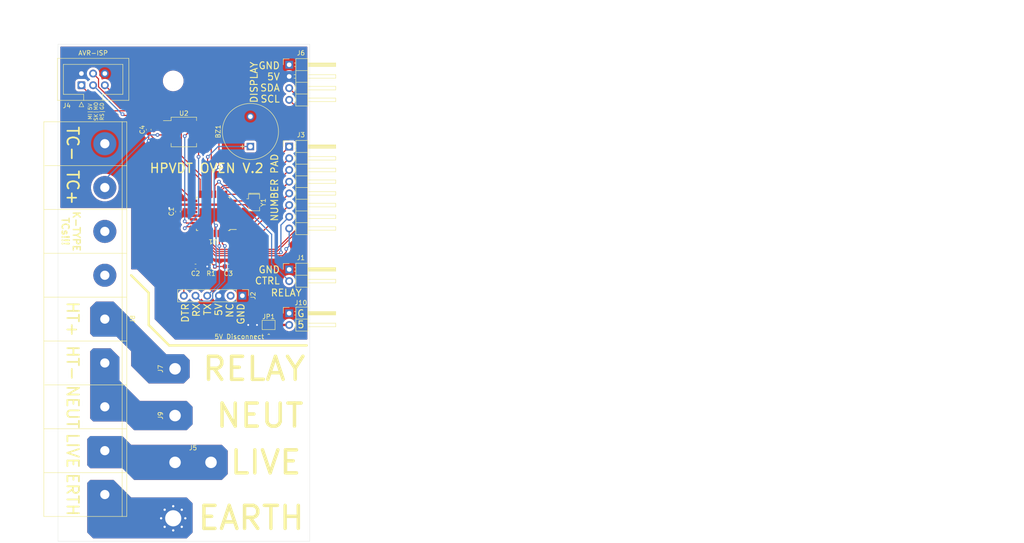
<source format=kicad_pcb>
(kicad_pcb (version 20211014) (generator pcbnew)
  (title_block (title "Oven") (date "2022-03-16") (rev "2") (company "HPVDT") (comment 1 "Based off an Arduino Nano, can be used as one.") (comment 2 "screen, 5V charger, solid state relay, and a keypad.") (comment 3 "Designed to fit in an old metal power supply case along side a ") (comment 4 "Oven control board"))
  (layers (0 "F.Cu" signal) (31 "B.Cu" signal) (34 "B.Paste" user) (35 "F.Paste" user) (36 "B.SilkS" user "B.Silkscreen") (37 "F.SilkS" user "F.Silkscreen") (38 "B.Mask" user) (39 "F.Mask" user) (44 "Edge.Cuts" user))
  (net 0 "")
  (net 1 "NEUT")
  (net 2 "LINE")
  (net 3 "GNDPWR")
  (net 4 "GND")
  (net 5 "+5V")
  (net 6 "/RST")
  (net 7 "/DTR")
  (net 8 "/BUZZ")
  (net 9 "/TC+")
  (net 10 "/RELAY")
  (net 11 "/SCL")
  (net 12 "/SDA")
  (net 15 "/ROW_{1}")
  (net 16 "/ROW_{2}")
  (net 17 "/ROW_{3}")
  (net 18 "/ROW_{4}")
  (net 19 "/COL_{1}")
  (net 20 "/COL_{2}")
  (net 21 "/MOSI")
  (net 22 "/SCK")
  (net 23 "/MISO")
  (net 24 "/TX")
  (net 25 "/RX")
  (net 26 "/MAX_{~{CS}}")
  (net 27 "/RELAY_RTN")
  (net 28 "/COL_{3")
  (net 29 "/COL_{4}")
  (net 31 "/MAX_{SCK}")
  (net 35 "/MAX_{SO}")
  (net 37 "Net-(U1-Pad7)")
  (net 38 "Net-(U1-Pad8)")
  (net 39 "Net-(J10-Pad2)")
  (footprint "oven:9POS-TERMBLOCK" (layer "F.Cu") (at 69.5325 114.3 -90)
    (fp_text reference "J8" (at 0 -1.27 90) (layer "F.SilkS"))
    (fp_text value "OUTPUT")
    (pad "1" thru_hole circle locked (at -38.1 4.7625 270) (size 5 5) (drill 2) (layers *.Cu *.Mask) (net 4 "GND"))
    (pad "2" thru_hole circle locked (at -28.575 4.7625 270) (size 5 5) (drill 2) (layers *.Cu *.Mask) (net 9 "/TC+"))
    (pad "3" thru_hole circle locked (at -19.05 4.7625 270) (size 5 5) (drill 2) (layers *.Cu *.Mask))
    (pad "4" thru_hole circle locked (at -9.525 4.7625 270) (size 5 5) (drill 2) (layers *.Cu *.Mask))
    (pad "5" thru_hole circle locked (at 0 4.7625 270) (size 5 5) (drill 2) (layers *.Cu *.Mask) (net 27 "/RELAY_RTN"))
    (pad "6" thru_hole circle locked (at 9.525 4.7625 270) (size 5 5) (drill 2) (layers *.Cu *.Mask) (net 1 "NEUT"))
    (pad "7" thru_hole circle locked (at 19.05 4.7625 270) (size 5 5) (drill 2) (layers *.Cu *.Mask) (net 1 "NEUT"))
    (pad "8" thru_hole circle locked (at 28.575 4.7625 270) (size 5 5) (drill 2) (layers *.Cu *.Mask) (net 2 "LINE"))
    (pad "9" thru_hole circle locked (at 38.1 4.7625 270) (size 5 5) (drill 2) (layers *.Cu *.Mask) (net 3 "GNDPWR"))
  )
  (footprint "Package_QFP:TQFP-32_7x7mm_P0.8mm" (layer "F.Cu") (at 88.265 91.44 180)
    (fp_text reference "U1" (at 0 -6.05 180 unlocked) (layer "F.SilkS"))
    (fp_text value "ATmega328-AU")
    (pad "1" smd rect locked (at -4.25 -2.8 180) (size 1.6 0.55) (layers "F.Cu" "F.Paste" "F.Mask") (net 15 "/ROW_{1}"))
    (pad "2" smd rect locked (at -4.25 -2 180) (size 1.6 0.55) (layers "F.Cu" "F.Paste" "F.Mask") (net 29 "/COL_{4}"))
    (pad "3" smd rect locked (at -4.25 -1.2 180) (size 1.6 0.55) (layers "F.Cu" "F.Paste" "F.Mask") (net 4 "GND"))
    (pad "4" smd rect locked (at -4.25 -0.4 180) (size 1.6 0.55) (layers "F.Cu" "F.Paste" "F.Mask") (net 5 "+5V"))
    (pad "5" smd rect locked (at -4.25 0.4 180) (size 1.6 0.55) (layers "F.Cu" "F.Paste" "F.Mask") (net 4 "GND"))
    (pad "6" smd rect locked (at -4.25 1.2 180) (size 1.6 0.55) (layers "F.Cu" "F.Paste" "F.Mask") (net 5 "+5V"))
    (pad "7" smd rect locked (at -4.25 2 180) (size 1.6 0.55) (layers "F.Cu" "F.Paste" "F.Mask") (net 37 "Net-(U1-Pad7)"))
    (pad "8" smd rect locked (at -4.25 2.8 180) (size 1.6 0.55) (layers "F.Cu" "F.Paste" "F.Mask") (net 38 "Net-(U1-Pad8)"))
    (pad "9" smd rect locked (at -2.8 4.25 270) (size 1.6 0.55) (layers "F.Cu" "F.Paste" "F.Mask") (net 28 "/COL_{3"))
    (pad "10" smd rect locked (at -2 4.25 270) (size 1.6 0.55) (layers "F.Cu" "F.Paste" "F.Mask") (net 20 "/COL_{2}"))
    (pad "11" smd rect locked (at -1.2 4.25 270) (size 1.6 0.55) (layers "F.Cu" "F.Paste" "F.Mask") (net 19 "/COL_{1}"))
    (pad "12" smd rect locked (at -0.4 4.25 270) (size 1.6 0.55) (layers "F.Cu" "F.Paste" "F.Mask") (net 10 "/RELAY"))
    (pad "13" smd rect locked (at 0.4 4.25 270) (size 1.6 0.55) (layers "F.Cu" "F.Paste" "F.Mask") (net 26 "/MAX_{~{CS}}"))
    (pad "14" smd rect locked (at 1.2 4.25 270) (size 1.6 0.55) (layers "F.Cu" "F.Paste" "F.Mask") (net 8 "/BUZZ"))
    (pad "15" smd rect locked (at 2 4.25 270) (size 1.6 0.55) (layers "F.Cu" "F.Paste" "F.Mask") (net 21 "/MOSI"))
    (pad "16" smd rect locked (at 2.8 4.25 270) (size 1.6 0.55) (layers "F.Cu" "F.Paste" "F.Mask") (net 23 "/MISO"))
    (pad "17" smd rect locked (at 4.25 2.8 180) (size 1.6 0.55) (layers "F.Cu" "F.Paste" "F.Mask") (net 22 "/SCK"))
    (pad "18" smd rect locked (at 4.25 2 180) (size 1.6 0.55) (layers "F.Cu" "F.Paste" "F.Mask") (net 5 "+5V"))
    (pad "19" smd rect locked (at 4.25 1.2 180) (size 1.6 0.55) (layers "F.Cu" "F.Paste" "F.Mask"))
    (pad "20" smd rect locked (at 4.25 0.4 180) (size 1.6 0.55) (layers "F.Cu" "F.Paste" "F.Mask"))
    (pad "21" smd rect locked (at 4.25 -0.4 180) (size 1.6 0.55) (layers "F.Cu" "F.Paste" "F.Mask") (net 4 "GND"))
    (pad "22" smd rect locked (at 4.25 -1.2 180) (size 1.6 0.55) (layers "F.Cu" "F.Paste" "F.Mask"))
    (pad "23" smd rect locked (at 4.25 -2 180) (size 1.6 0.55) (layers "F.Cu" "F.Paste" "F.Mask") (net 35 "/MAX_{SO}"))
    (pad "24" smd rect locked (at 4.25 -2.8 180) (size 1.6 0.55) (layers "F.Cu" "F.Paste" "F.Mask") (net 31 "/MAX_{SCK}"))
    (pad "25" smd rect locked (at 2.8 -4.25 270) (size 1.6 0.55) (layers "F.Cu" "F.Paste" "F.Mask") (net 18 "/ROW_{4}"))
    (pad "26" smd rect locked (at 2 -4.25 270) (size 1.6 0.55) (layers "F.Cu" "F.Paste" "F.Mask") (net 17 "/ROW_{3}"))
    (pad "27" smd rect locked (at 1.2 -4.25 270) (size 1.6 0.55) (layers "F.Cu" "F.Paste" "F.Mask") (net 12 "/SDA"))
    (pad "28" smd rect locked (at 0.4 -4.25 270) (size 1.6 0.55) (layers "F.Cu" "F.Paste" "F.Mask") (net 11 "/SCL"))
    (pad "29" smd rect locked (at -0.4 -4.25 270) (size 1.6 0.55) (layers "F.Cu" "F.Paste" "F.Mask") (net 6 "/RST"))
    (pad "30" smd rect locked (at -1.2 -4.25 270) (size 1.6 0.55) (layers "F.Cu" "F.Paste" "F.Mask") (net 25 "/RX"))
    (pad "31" smd rect locked (at -2 -4.25 270) (size 1.6 0.55) (layers "F.Cu" "F.Paste" "F.Mask") (net 24 "/TX"))
    (pad "32" smd rect locked (at -2.8 -4.25 270) (size 1.6 0.55) (layers "F.Cu" "F.Paste" "F.Mask") (net 16 "/ROW_{2}"))
  )
  (footprint "MountingHole:MountingHole_3.5mm_Pad_Via" (layer "F.Cu") (at 79.61 157.56)
    (fp_text reference "H1")
    (fp_text value "M3")
    (pad "1" thru_hole circle locked (at 2.625 0) (size 0.8 0.8) (drill 0.5) (layers *.Cu *.Mask) (net 3 "GNDPWR"))
    (pad "1" thru_hole circle locked (at -2.625 0) (size 0.8 0.8) (drill 0.5) (layers *.Cu *.Mask) (net 3 "GNDPWR"))
    (pad "1" thru_hole circle locked (at 0 2.625) (size 0.8 0.8) (drill 0.5) (layers *.Cu *.Mask) (net 3 "GNDPWR"))
    (pad "1" thru_hole circle locked (at 0 0) (size 7 7) (drill 3.5) (layers *.Cu *.Mask) (net 3 "GNDPWR"))
    (pad "1" thru_hole circle locked (at -1.856155 1.856155) (size 0.8 0.8) (drill 0.5) (layers *.Cu *.Mask) (net 3 "GNDPWR"))
    (pad "1" thru_hole circle locked (at 0 -2.625) (size 0.8 0.8) (drill 0.5) (layers *.Cu *.Mask) (net 3 "GNDPWR"))
    (pad "1" thru_hole circle locked (at -1.856155 -1.856155) (size 0.8 0.8) (drill 0.5) (layers *.Cu *.Mask) (net 3 "GNDPWR"))
    (pad "1" thru_hole circle locked (at 1.856155 -1.856155) (size 0.8 0.8) (drill 0.5) (layers *.Cu *.Mask) (net 3 "GNDPWR"))
    (pad "1" thru_hole circle locked (at 1.856155 1.856155) (size 0.8 0.8) (drill 0.5) (layers *.Cu *.Mask) (net 3 "GNDPWR"))
  )
  (footprint "MountingHole:MountingHole_3.5mm" (layer "F.Cu") (at 79.61 62.56)
    (fp_text reference "H2")
    (fp_text value "M3")
    (pad "" np_thru_hole circle locked (at 0 0) (size 3.5 3.5) (drill 3.5) (layers *.Cu *.Mask))
  )
  (footprint "Capacitor_SMD:C_0603_1608Metric" (layer "F.Cu") (at 74.295 73.165 -90)
    (fp_text reference "C4" (at -0.013 1.397 90) (layer "F.SilkS"))
    (fp_text value "100n")
    (pad "1" smd roundrect locked (at -0.775 0 270) (size 0.9 0.95) (layers "F.Cu" "F.Paste" "F.Mask") (net 4 "GND"))
    (pad "2" smd roundrect locked (at 0.775 0 270) (size 0.9 0.95) (layers "F.Cu" "F.Paste" "F.Mask") (net 5 "+5V"))
  )
  (footprint "Capacitor_SMD:C_0603_1608Metric" (layer "F.Cu") (at 91.58 102.87 180)
    (fp_text reference "C3" (at 0 -1.524) (layer "F.SilkS"))
    (fp_text value "4n7")
    (pad "1" smd roundrect locked (at -0.775 0 180) (size 0.9 0.95) (layers "F.Cu" "F.Paste" "F.Mask") (net 4 "GND"))
    (pad "2" smd roundrect locked (at 0.775 0 180) (size 0.9 0.95) (layers "F.Cu" "F.Paste" "F.Mask") (net 6 "/RST"))
  )
  (footprint "Capacitor_SMD:C_0603_1608Metric" (layer "F.Cu") (at 84.455 102.87)
    (fp_text reference "C2" (at 0 1.524) (layer "F.SilkS"))
    (fp_text value "100n")
    (pad "1" smd roundrect locked (at -0.775 0) (size 0.9 0.95) (layers "F.Cu" "F.Paste" "F.Mask") (net 7 "/DTR"))
    (pad "2" smd roundrect locked (at 0.775 0) (size 0.9 0.95) (layers "F.Cu" "F.Paste" "F.Mask") (net 6 "/RST"))
  )
  (footprint "Capacitor_SMD:C_0603_1608Metric" (layer "F.Cu") (at 80.645 90.945 90)
    (fp_text reference "C1" (at 0 -1.43 90) (layer "F.SilkS"))
    (fp_text value "100n")
    (pad "1" smd roundrect locked (at -0.775 0 90) (size 0.9 0.95) (layers "F.Cu" "F.Paste" "F.Mask") (net 4 "GND"))
    (pad "2" smd roundrect locked (at 0.775 0 90) (size 0.9 0.95) (layers "F.Cu" "F.Paste" "F.Mask") (net 5 "+5V"))
  )
  (footprint "Connector_PinHeader_2.54mm:PinHeader_1x02_P2.54mm_Horizontal" (layer "F.Cu") (at 104.775 113.03)
    (fp_text reference "J10" (at 2.54 -2.27) (layer "F.SilkS"))
    (fp_text value "5V_IN")
    (pad "1" thru_hole rect locked (at 0 0) (size 1.7 1.7) (drill 1) (layers *.Cu *.Mask) (net 4 "GND"))
    (pad "2" thru_hole oval locked (at 0 2.54) (size 1.7 1.7) (drill 1) (layers *.Cu *.Mask) (net 39 "Net-(J10-Pad2)"))
  )
  (footprint "Connector_Wire:SolderWire-2sqmm_1x01_D2mm_OD3.9mm" (layer "F.Cu") (at 80.01 125.095 90)
    (fp_text reference "J7" (at 0 -3.15 90) (layer "F.SilkS"))
    (fp_text value "RELAY_PWR")
    (pad "1" thru_hole roundrect locked (at 0 0 90) (size 3.9 3.9) (drill 2.5) (layers *.Cu *.Mask) (roundrect_rratio 0.06410307692) (net 27 "/RELAY_RTN"))
  )
  (footprint "Connector_Wire:SolderWire-2sqmm_1x02_P7.8mm_D2mm_OD3.9mm" (layer "F.Cu") (at 80.01 145.415)
    (fp_text reference "J5" (at 3.9 -3.15) (layer "F.SilkS"))
    (fp_text value "LIVE")
    (pad "1" thru_hole roundrect locked (at 0 0) (size 3.9 3.9) (drill 2.5) (layers *.Cu *.Mask) (roundrect_rratio 0.06410307692) (net 2 "LINE"))
    (pad "2" thru_hole circle locked (at 7.8 0) (size 3.9 3.9) (drill 2.5) (layers *.Cu *.Mask) (net 2 "LINE"))
  )
  (footprint "Connector_PinHeader_2.54mm:PinHeader_1x02_P2.54mm_Horizontal" (layer "F.Cu") (at 104.775 103.505)
    (fp_text reference "J1" (at 2.54 -2.54) (layer "F.SilkS"))
    (fp_text value "RELAY_CTRL")
    (pad "1" thru_hole rect locked (at 0 0) (size 1.7 1.7) (drill 1) (layers *.Cu *.Mask) (net 4 "GND"))
    (pad "2" thru_hole oval locked (at 0 2.54) (size 1.7 1.7) (drill 1) (layers *.Cu *.Mask) (net 10 "/RELAY"))
  )
  (footprint "Connector_PinHeader_2.54mm:PinHeader_1x04_P2.54mm_Horizontal" (layer "F.Cu") (at 104.775 59.055)
    (fp_text reference "J6" (at 2.54 -2.54) (layer "F.SilkS"))
    (fp_text value "DISPLAY")
    (pad "1" thru_hole rect locked (at 0 0) (size 1.7 1.7) (drill 1) (layers *.Cu *.Mask) (net 4 "GND"))
    (pad "2" thru_hole oval locked (at 0 2.54) (size 1.7 1.7) (drill 1) (layers *.Cu *.Mask) (net 5 "+5V"))
    (pad "3" thru_hole oval locked (at 0 5.08) (size 1.7 1.7) (drill 1) (layers *.Cu *.Mask) (net 12 "/SDA"))
    (pad "4" thru_hole oval locked (at 0 7.62) (size 1.7 1.7) (drill 1) (layers *.Cu *.Mask) (net 11 "/SCL"))
  )
  (footprint "Connector_PinHeader_2.54mm:PinHeader_1x08_P2.54mm_Horizontal" (layer "F.Cu") (at 104.775 76.835)
    (fp_text reference "J3" (at 2.54 -2.54) (layer "F.SilkS"))
    (fp_text value "NUMPAD")
    (pad "1" thru_hole rect locked (at 0 0) (size 1.7 1.7) (drill 1) (layers *.Cu *.Mask) (net 19 "/COL_{1}"))
    (pad "2" thru_hole oval locked (at 0 2.54) (size 1.7 1.7) (drill 1) (layers *.Cu *.Mask) (net 20 "/COL_{2}"))
    (pad "3" thru_hole oval locked (at 0 5.08) (size 1.7 1.7) (drill 1) (layers *.Cu *.Mask) (net 28 "/COL_{3"))
    (pad "4" thru_hole oval locked (at 0 7.62) (size 1.7 1.7) (drill 1) (layers *.Cu *.Mask) (net 29 "/COL_{4}"))
    (pad "5" thru_hole oval locked (at 0 10.16) (size 1.7 1.7) (drill 1) (layers *.Cu *.Mask) (net 15 "/ROW_{1}"))
    (pad "6" thru_hole oval locked (at 0 12.7) (size 1.7 1.7) (drill 1) (layers *.Cu *.Mask) (net 16 "/ROW_{2}"))
    (pad "7" thru_hole oval locked (at 0 15.24) (size 1.7 1.7) (drill 1) (layers *.Cu *.Mask) (net 17 "/ROW_{3}"))
    (pad "8" thru_hole oval locked (at 0 17.78) (size 1.7 1.7) (drill 1) (layers *.Cu *.Mask) (net 18 "/ROW_{4}"))
  )
  (footprint "Connector_PinHeader_2.54mm:PinHeader_1x06_P2.54mm_Vertical" (layer "F.Cu") (at 94.615 109.22 -90)
    (fp_text reference "J2" (at 0 -2.33 90) (layer "F.SilkS"))
    (fp_text value "SERIAL")
    (pad "1" thru_hole rect locked (at 0 0 270) (size 1.7 1.7) (drill 1) (layers *.Cu *.Mask) (net 4 "GND"))
    (pad "2" thru_hole oval locked (at 0 2.54 270) (size 1.7 1.7) (drill 1) (layers *.Cu *.Mask))
    (pad "3" thru_hole oval locked (at 0 5.08 270) (size 1.7 1.7) (drill 1) (layers *.Cu *.Mask) (net 5 "+5V"))
    (pad "4" thru_hole oval locked (at 0 7.62 270) (size 1.7 1.7) (drill 1) (layers *.Cu *.Mask) (net 25 "/RX"))
    (pad "5" thru_hole oval locked (at 0 10.16 270) (size 1.7 1.7) (drill 1) (layers *.Cu *.Mask) (net 24 "/TX"))
    (pad "6" thru_hole oval locked (at 0 12.7 270) (size 1.7 1.7) (drill 1) (layers *.Cu *.Mask) (net 7 "/DTR"))
  )
  (footprint "Jumper:SolderJumper-2_P1.3mm_Bridged_Pad1.0x1.5mm" (layer "F.Cu") (at 100.315 115.57)
    (fp_text reference "JP1" (at 0 -1.8) (layer "F.SilkS"))
    (fp_text value "5V_{SUP}")
    (fp_poly (pts (xy -0.25 -0.3) (xy 0.25 -0.3) (xy 0.25 0.3) (xy -0.25 0.3)) (layer "F.Cu") (width 0) (fill solid))
    (pad "1" smd rect locked (at -0.65 0) (size 1 1.5) (layers "F.Cu" "F.Mask") (net 5 "+5V"))
    (pad "2" smd rect locked (at 0.65 0) (size 1 1.5) (layers "F.Cu" "F.Mask") (net 39 "Net-(J10-Pad2)"))
  )
  (footprint "Resistor_SMD:R_0603_1608Metric" (layer "F.Cu") (at 87.82 102.87)
    (fp_text reference "R1" (at 0 1.524) (layer "F.SilkS"))
    (fp_text value "10K")
    (pad "1" smd roundrect locked (at -0.825 0) (size 0.8 0.95) (layers "F.Cu" "F.Paste" "F.Mask") (net 5 "+5V"))
    (pad "2" smd roundrect locked (at 0.825 0) (size 0.8 0.95) (layers "F.Cu" "F.Paste" "F.Mask") (net 6 "/RST"))
  )
  (footprint "Package_SO:SO-8_5.3x6.2mm_P1.27mm" (layer "F.Cu") (at 81.915 73.66)
    (fp_text reference "U2" (at 0 -4.05) (layer "F.SilkS"))
    (fp_text value "MAX6675")
    (pad "1" smd roundrect locked (at -3.5 -1.905) (size 1.9 0.6) (layers "F.Cu" "F.Paste" "F.Mask") (net 4 "GND"))
    (pad "2" smd roundrect locked (at -3.5 -0.635) (size 1.9 0.6) (layers "F.Cu" "F.Paste" "F.Mask") (net 4 "GND"))
    (pad "3" smd roundrect locked (at -3.5 0.635) (size 1.9 0.6) (layers "F.Cu" "F.Paste" "F.Mask") (net 9 "/TC+"))
    (pad "4" smd roundrect locked (at -3.5 1.905) (size 1.9 0.6) (layers "F.Cu" "F.Paste" "F.Mask") (net 5 "+5V"))
    (pad "5" smd roundrect locked (at 3.5 1.905) (size 1.9 0.6) (layers "F.Cu" "F.Paste" "F.Mask") (net 31 "/MAX_{SCK}"))
    (pad "6" smd roundrect locked (at 3.5 0.635) (size 1.9 0.6) (layers "F.Cu" "F.Paste" "F.Mask") (net 26 "/MAX_{~{CS}}"))
    (pad "7" smd roundrect locked (at 3.5 -0.635) (size 1.9 0.6) (layers "F.Cu" "F.Paste" "F.Mask") (net 35 "/MAX_{SO}"))
    (pad "8" smd roundrect locked (at 3.5 -1.905) (size 1.9 0.6) (layers "F.Cu" "F.Paste" "F.Mask"))
  )
  (footprint "Crystal:Resonator_SMD_muRata_CSTxExxV-3Pin_3.0x1.1mm" (layer "F.Cu") (at 97.155 88.97 -90)
    (fp_text reference "Y1" (at 0 -2 90) (layer "F.SilkS"))
    (fp_text value "16M")
    (pad "1" smd rect locked (at -1.2 0 270) (size 0.4 1.9) (layers "F.Cu" "F.Paste" "F.Mask") (net 38 "Net-(U1-Pad8)"))
    (pad "2" smd rect locked (at 0 0 270) (size 0.4 1.9) (layers "F.Cu" "F.Paste" "F.Mask") (net 4 "GND"))
    (pad "3" smd rect locked (at 1.2 0 270) (size 0.4 1.9) (layers "F.Cu" "F.Paste" "F.Mask") (net 37 "Net-(U1-Pad7)"))
  )
  (footprint "Connector_Wire:SolderWire-2sqmm_1x01_D2mm_OD3.9mm" (layer "F.Cu") (at 80.01 135.255 90)
    (fp_text reference "J9" (at 0 -3.15 90) (layer "F.SilkS"))
    (fp_text value "NEUTRAL")
    (pad "1" thru_hole roundrect locked (at 0 0 90) (size 3.9 3.9) (drill 2.5) (layers *.Cu *.Mask) (roundrect_rratio 0.06410307692) (net 1 "NEUT"))
  )
  (footprint "Connector_IDC:IDC-Header_2x03_P2.54mm_Vertical" (layer "F.Cu") (at 59.69 63.5 90)
    (fp_text reference "J4" (at -4.445 -3.175 180) (layer "F.SilkS"))
    (fp_text value "AVR-ISP-6")
    (pad "1" thru_hole roundrect locked (at 0 0 90) (size 1.7 1.7) (drill 1) (layers *.Cu *.Mask) (roundrect_rratio 0.1470588235) (net 23 "/MISO"))
    (pad "2" thru_hole circle locked (at 2.54 0 90) (size 1.7 1.7) (drill 1) (layers *.Cu *.Mask) (net 5 "+5V"))
    (pad "3" thru_hole circle locked (at 0 2.54 90) (size 1.7 1.7) (drill 1) (layers *.Cu *.Mask) (net 22 "/SCK"))
    (pad "4" thru_hole circle locked (at 2.54 2.54 90) (size 1.7 1.7) (drill 1) (layers *.Cu *.Mask) (net 21 "/MOSI"))
    (pad "5" thru_hole circle locked (at 0 5.08 90) (size 1.7 1.7) (drill 1) (layers *.Cu *.Mask) (net 6 "/RST"))
    (pad "6" thru_hole circle locked (at 2.54 5.08 90) (size 1.7 1.7) (drill 1) (layers *.Cu *.Mask) (net 4 "GND"))
  )
  (footprint "Buzzer_Beeper:MagneticBuzzer_ProSignal_ABT-410-RC" (layer "F.Cu") (at 96.36 76.81 90)
    (fp_text reference "BZ1" (at 3.25 -7 90) (layer "F.SilkS"))
    (fp_text value "AT1224TWT")
    (fp_text user "+" (at 0 -1.8 90) (layer "F.SilkS"))
    (pad "1" thru_hole rect (at 0 0 90) (size 1.6 1.6) (drill 1) (layers *.Cu *.Mask) (net 8 "/BUZZ"))
    (pad "2" thru_hole circle (at 6.5 0 90) (size 1.6 1.6) (drill 1) (layers *.Cu *.Mask) (net 4 "GND"))
  )
  (gr_line (start 70.485 104.775) (end 74.295 108.585) (layer "F.SilkS") (width 0.5))
  (gr_line (start 74.295 115.57) (end 78.74 120.015) (layer "F.SilkS") (width 0.5))
  (gr_line (start 74.295 108.585) (end 74.295 115.57) (layer "F.SilkS") (width 0.5))
  (gr_line (start 78.74 120.015) (end 108.585 120.015) (layer "F.SilkS") (width 0.5))
  (gr_line (start 109.22 162.56) (end 54.61 162.56) (layer "Edge.Cuts") (width 0.05))
  (gr_line (start 54.61 162.56) (end 54.61 54.61) (layer "Edge.Cuts") (width 0.05))
  (gr_line (start 109.22 125.73) (end 109.22 162.56) (layer "Edge.Cuts") (width 0.05))
  (gr_line (start 54.61 54.61) (end 109.22 54.61) (layer "Edge.Cuts") (width 0.05))
  (gr_line (start 109.22 54.61) (end 109.22 110.49) (layer "Edge.Cuts") (width 0.05))
  (gr_line (start 109.22 110.49) (end 109.22 125.73) (layer "Edge.Cuts") (width 0.05))
  (gr_text "TC+" (at 57.785 85.725 -90) (layer "F.SilkS") (effects (font (size 2.5 2.5) (thickness 0.375))))
  (gr_text "5V Disconnect ^" (at 94.615 118.11) (layer "F.SilkS") (effects (font (size 1 1))))
  (gr_text "LIVE" (at 57.785 142.875 -90) (layer "F.SilkS") (effects (font (size 2.5 2.5) (thickness 0.375))))
  (gr_text "NEUT" (at 57.785 133.35 -90) (layer "F.SilkS") (effects (font (size 2.5 2.5) (thickness 0.375))))
  (gr_text "HT-" (at 57.785 123.825 -90) (layer "F.SilkS") (effects (font (size 2.5 2.5) (thickness 0.375))))
  (gr_text "K-TYPE\nTCs!!!" (at 57.404 95.25 -90) (layer "F.SilkS") (effects (font (size 1.5 1.5) (thickness 0.3))))
  (gr_text "DISPLAY" (at 97.155 62.865 90) (layer "F.SilkS") (effects (font (size 1.5 1.5) (thickness 0.225))))
  (gr_text "NEUT" (at 98.425 135.255) (layer "F.SilkS") (effects (font (size 5 5) (thickness 0.75))))
  (gr_text "EARTH" (at 96.52 157.48) (layer "F.SilkS") (effects (font (size 5 5) (thickness 0.75))))
  (gr_text "DTR\nRX\nTX\n5V\nNC\nGND" (at 88.265 110.744 90) (layer "F.SilkS") (effects (font (size 1.5 1.5) (thickness 0.225)) (justify right)))
  (gr_text "GND\nCTRL" (at 102.87 104.775) (layer "F.SilkS") (effects (font (size 1.5 1.5) (thickness 0.225)) (justify right)))
  (gr_text "TC-" (at 57.785 76.2 -90) (layer "F.SilkS") (effects (font (size 2.5 2.5) (thickness 0.375))))
  (gr_text "RELAY" (at 104.14 108.585) (layer "F.SilkS") (effects (font (size 1.5 1.5) (thickness 0.225))))
  (gr_text "HT+" (at 57.785 114.3 -90) (layer "F.SilkS") (effects (font (size 2.5 2.5) (thickness 0.375))))
  (gr_text "ERTH" (at 57.785 152.4 -90) (layer "F.SilkS") (effects (font (size 2.5 2.5) (thickness 0.375))))
  (gr_text "G\n5" (at 107.315 114.3) (layer "F.SilkS") (effects (font (size 1.5 1.5) (thickness 0.225))))
  (gr_text "RELAY" (at 97.155 125.095) (layer "F.SilkS") (effects (font (size 5 5) (thickness 0.75))))
  (gr_text "MI|5V\nSK|MO\nRS|GD" (at 62.865 69.215 90) (layer "F.SilkS") (effects (font (size 0.8 0.8) (thickness 0.12))))
  (gr_text "AVR-ISP" (at 62.23 56.515) (layer "F.SilkS") (effects (font (size 1 1))))
  (gr_text "GND\n5V\nSDA\nSCL" (at 102.87 62.865) (layer "F.SilkS") (effects (font (size 1.5 1.5) (thickness 0.225)) (justify right)))
  (gr_text "HPVDT OVEN V.${REVISION}" (at 86.868 81.534) (layer "F.SilkS") (effects (font (size 2 2) (thickness 0.3))))
  (gr_text "LIVE" (at 99.695 145.415) (layer "F.SilkS") (effects (font (size 5 5) (thickness 0.75))))
  (gr_text "NUMBER PAD" (at 101.6 85.725 90) (layer "F.SilkS") (effects (font (size 1.5 1.5) (thickness 0.225))))
  (segment (start 91.654998 92.64) (end 92.515 92.64) (width 0.25) (layer "F.Cu") (net 4))
  (segment (start 91.429998 92.64) (end 90.629998 91.84) (width 0.5) (layer "F.Cu") (net 4))
  (segment (start 92.515 92.64) (end 91.429998 92.64) (width 0.5) (layer "F.Cu") (net 4))
  (segment (start 91.264999 91.204999) (end 91.264999 92.475001) (width 0.5) (layer "F.Cu") (net 4))
  (segment (start 90.854998 91.84) (end 91.654998 92.64) (width 0.25) (layer "F.Cu") (net 4))
  (segment (start 99.695 89.535) (end 96.59 92.64) (width 0.25) (layer "F.Cu") (net 4))
  (segment (start 92.515 91.04) (end 91.429998 91.04) (width 0.5) (layer "F.Cu") (net 4))
  (segment (start 84.015 91.84) (end 90.854998 91.84) (width 0.25) (layer "F.Cu") (net 4))
  (segment (start 99.13 88.97) (end 99.695 89.535) (width 0.25) (layer "F.Cu") (net 4))
  (segment (start 90.629998 91.84) (end 84.015 91.84) (width 0.5) (layer "F.Cu") (net 4))
  (segment (start 80.765 91.84) (end 80.645 91.72) (width 0.5) (layer "F.Cu") (net 4))
  (segment (start 91.429998 91.04) (end 91.264999 91.204999) (width 0.5) (layer "F.Cu") (net 4))
  (segment (start 96.59 92.64) (end 92.515 92.64) (width 0.25) (layer "F.Cu") (net 4))
  (segment (start 84.015 91.84) (end 80.765 91.84) (width 0.5) (layer "F.Cu") (net 4))
  (segment (start 97.155 88.97) (end 99.13 88.97) (width 0.25) (layer "F.Cu") (net 4))
  (segment (start 91.264999 92.475001) (end 91.429998 92.64) (width 0.5) (layer "F.Cu") (net 4))
  (segment (start 93.600002 91.84) (end 92.515 91.84) (width 0.5) (layer "F.Cu") (net 5))
  (segment (start 92.515 90.24) (end 93.600002 90.24) (width 0.5) (layer "F.Cu") (net 5))
  (segment (start 81.375 89.44) (end 84.015 89.44) (width 0.5) (layer "F.Cu") (net 5))
  (segment (start 91.429998 90.24) (end 92.515 90.24) (width 0.5) (layer "F.Cu") (net 5))
  (segment (start 93.765001 90.404999) (end 93.765001 91.675001) (width 0.5) (layer "F.Cu") (net 5))
  (segment (start 99.665 115.57) (end 97.79 115.57) (width 0.5) (layer "F.Cu") (net 5))
  (segment (start 74.295 73.94) (end 74.295 75.565) (width 0.25) (layer "F.Cu") (net 5))
  (segment (start 95.885 115.57) (end 97.79 115.57) (width 0.5) (layer "F.Cu") (net 5))
  (segment (start 93.765001 91.675001) (end 93.600002 91.84) (width 0.5) (layer "F.Cu") (net 5))
  (segment (start 93.600002 90.24) (end 93.765001 90.404999) (width 0.5) (layer "F.Cu") (net 5))
  (segment (start 78.74 90.17) (end 80.645 90.17) (width 0.5) (layer "F.Cu") (net 5))
  (segment (start 90.629998 89.44) (end 91.429998 90.24) (width 0.5) (layer "F.Cu") (net 5))
  (segment (start 84.015 89.44) (end 90.629998 89.44) (width 0.5) (layer "F.Cu") (net 5))
  (segment (start 80.645 90.17) (end 81.375 89.44) (width 0.5) (layer "F.Cu") (net 5))
  (segment (start 74.295 73.94) (end 75.92 75.565) (width 0.25) (layer "F.Cu") (net 5))
  (segment (start 75.92 75.565) (end 78.415 75.565) (width 0.25) (layer "F.Cu") (net 5))
  (via (at 95.885 115.57) (size 0.8) (drill 0.4) (layers "F.Cu" "B.Cu") (net 5))
  (via (at 74.295 75.565) (size 0.8) (drill 0.4) (layers "F.Cu" "B.Cu") (net 5))
  (via (at 86.995 102.87) (size 0.8) (drill 0.4) (layers "F.Cu" "B.Cu") (net 5))
  (via (at 97.79 115.57) (size 0.8) (drill 0.4) (layers "F.Cu" "B.Cu") (net 5))
  (via (at 78.74 90.17) (size 0.8) (drill 0.4) (layers "F.Cu" "B.Cu") (net 5))
  (segment (start 74.295 75.565) (end 74.295 90.17) (width 0.25) (layer "B.Cu") (net 5))
  (segment (start 78.74 90.17) (end 74.295 90.17) (width 0.25) (layer "B.Cu") (net 5))
  (segment (start 95.885 115.57) (end 89.535 109.22) (width 0.5) (layer "B.Cu") (net 5))
  (segment (start 74.295 90.17) (end 86.995 102.87) (width 0.25) (layer "B.Cu") (net 5))
  (segment (start 67.945 66.675) (end 85.72782 66.675) (width 0.25) (layer "F.Cu") (net 6))
  (segment (start 64.77 63.5) (end 67.945 66.675) (width 0.25) (layer "F.Cu") (net 6))
  (segment (start 88.645 102.87) (end 90.805 102.87) (width 0.25) (layer "F.Cu") (net 6))
  (segment (start 88.665 94.215) (end 88.9 93.98) (width 0.25) (layer "F.Cu") (net 6))
  (segment (start 85.72782 66.675) (end 89.535 70.48218) (width 0.25) (layer "F.Cu") (net 6))
  (segment (start 88.665 95.69) (end 88.665 94.215) (width 0.25) (layer "F.Cu") (net 6))
  (segment (start 89.535 70.48218) (end 89.535 81.28) (width 0.25) (layer "F.Cu") (net 6))
  (segment (start 85.23 102.87) (end 86.03001 102.06999) (width 0.25) (layer "F.Cu") (net 6))
  (segment (start 86.03001 102.06999) (end 87.84499 102.06999) (width 0.25) (layer "F.Cu") (net 6))
  (segment (start 87.84499 102.06999) (end 88.645 102.87) (width 0.25) (layer "F.Cu") (net 6))
  (via (at 88.645 102.87) (size 0.8) (drill 0.4) (layers "F.Cu" "B.Cu") (net 6))
  (via (at 89.535 81.28) (size 0.8) (drill 0.4) (layers "F.Cu" "B.Cu") (net 6))
  (via (at 88.9 93.98) (size 0.8) (drill 0.4) (layers "F.Cu" "B.Cu") (net 6))
  (segment (start 88.500001 82.314999) (end 89.535 81.28) (width 0.25) (layer "B.Cu") (net 6))
  (segment (start 88.500001 93.580001) (end 88.500001 82.314999) (width 0.25) (layer "B.Cu") (net 6))
  (segment (start 88.9 102.615) (end 88.645 102.87) (width 0.25) (layer "B.Cu") (net 6))
  (segment (start 88.9 93.98) (end 88.9 102.615) (width 0.25) (layer "B.Cu") (net 6))
  (segment (start 88.9 93.98) (end 88.500001 93.580001) (width 0.25) (layer "B.Cu") (net 6))
  (segment (start 81.915 104.635) (end 83.68 102.87) (width 0.25) (layer "F.Cu") (net 7))
  (segment (start 81.915 109.22) (end 81.915 104.635) (width 0.25) (layer "F.Cu") (net 7))
  (segment (start 87.065 79.105) (end 87.11 79.06) (width 0.25) (layer "F.Cu") (net 8))
  (segment (start 87.065 87.19) (end 87.065 79.105) (width 0.25) (layer "F.Cu") (net 8))
  (via (at 87.11 79.06) (size 0.8) (drill 0.4) (layers "F.Cu" "B.Cu") (net 8))
  (segment (start 87.11 79.06) (end 89.36 76.81) (width 0.25) (layer "B.Cu") (net 8))
  (segment (start 89.36 76.81) (end 96.36 76.81) (width 0.25) (layer "B.Cu") (net 8))
  (segment (start 78.415 74.295) (end 76.2 74.295) (width 0.25) (layer "F.Cu") (net 9))
  (via (at 76.2 74.295) (size 0.8) (drill 0.4) (layers "F.Cu" "B.Cu") (net 9))
  (segment (start 76.2 74.295) (end 74.491998 74.295) (width 0.25) (layer "B.Cu") (net 9))
  (segment (start 64.77 84.016998) (end 64.77 85.725) (width 0.25) (layer "B.Cu") (net 9))
  (segment (start 74.491998 74.295) (end 64.77 84.016998) (width 0.25) (layer "B.Cu") (net 9))
  (segment (start 88.665 87.19) (end 88.665 85.325) (width 0.25) (layer "F.Cu") (net 10))
  (segment (start 88.665 85.325) (end 89.535 84.455) (width 0.25) (layer "F.Cu") (net 10))
  (via (at 89.535 84.455) (size 0.8) (drill 0.4) (layers "F.Cu" "B.Cu") (net 10))
  (segment (start 89.535 84.455) (end 100.965 95.885) (width 0.25) (layer "B.Cu") (net 10))
  (segment (start 104.775 106.045) (end 100.965 102.235) (width 0.25) (layer "B.Cu") (net 10))
  (segment (start 100.965 95.885) (end 100.965 102.235) (width 0.25) (layer "B.Cu") (net 10))
  (segment (start 106.68 68.58) (end 106.68 94.449002) (width 0.25) (layer "F.Cu") (net 11))
  (segment (start 89.276999 99.150001) (end 87.865 97.738002) (width 0.25) (layer "F.Cu") (net 11))
  (segment (start 101.979001 99.150001) (end 89.276999 99.150001) (width 0.25) (layer "F.Cu") (net 11))
  (segment (start 104.775 66.675) (end 106.68 68.58) (width 0.25) (layer "F.Cu") (net 11))
  (segment (start 87.865 97.738002) (end 87.865 95.69) (width 0.25) (layer "F.Cu") (net 11))
  (segment (start 106.68 94.449002) (end 101.979001 99.150001) (width 0.25) (layer "F.Cu") (net 11))
  (segment (start 87.065 97.574412) (end 89.090599 99.600011) (width 0.25) (layer "F.Cu") (net 12))
  (segment (start 102.165402 99.60001) (end 107.13001 94.635402) (width 0.25) (layer "F.Cu") (net 12))
  (segment (start 107.13001 94.635402) (end 107.13001 66.49001) (width 0.25) (layer "F.Cu") (net 12))
  (segment (start 107.13001 66.49001) (end 104.775 64.135) (width 0.25) (layer "F.Cu") (net 12))
  (segment (start 89.090599 99.600011) (end 102.165402 99.60001) (width 0.25) (layer "F.Cu") (net 12))
  (segment (start 87.065 95.69) (end 87.065 97.574412) (width 0.25) (layer "F.Cu") (net 12))
  (segment (start 97.53 94.24) (end 104.775 86.995) (width 0.25) (layer "F.Cu") (net 15))
  (segment (start 92.515 94.24) (end 97.53 94.24) (width 0.25) (layer "F.Cu") (net 15))
  (segment (start 91.065 95.69) (end 98.62 95.69) (width 0.25) (layer "F.Cu") (net 16))
  (segment (start 98.62 95.69) (end 104.775 89.535) (width 0.25) (layer "F.Cu") (net 16))
  (segment (start 86.265 97.41082) (end 88.9042 100.05002) (width 0.25) (layer "F.Cu") (net 17))
  (segment (start 102.740698 100.05002) (end 102.982859 99.807859) (width 0.25) (layer "F.Cu") (net 17))
  (segment (start 86.265 95.69) (end 86.265 97.41082) (width 0.25) (layer "F.Cu") (net 17))
  (segment (start 88.9042 100.05002) (end 102.740698 100.05002) (width 0.25) (layer "F.Cu") (net 17))
  (via (at 102.982859 99.807859) (size 0.8) (drill 0.4) (layers "F.Cu" "B.Cu") (net 17))
  (segment (start 102.982859 93.867141) (end 104.775 92.075) (width 0.25) (layer "B.Cu") (net 17))
  (segment (start 102.982859 99.807859) (end 102.982859 93.867141) (width 0.25) (layer "B.Cu") (net 17))
  (segment (start 88.75063 100.53286) (end 85.465 97.24723) (width 0.25) (layer "F.Cu") (net 18))
  (segment (start 85.465 97.24723) (end 85.465 95.69) (width 0.25) (layer "F.Cu") (net 18))
  (segment (start 104.14 99.06) (end 104.14 99.72372) (width 0.25) (layer "F.Cu") (net 18))
  (segment (start 104.14 99.72372) (end 103.33086 100.53286) (width 0.25) (layer "F.Cu") (net 18))
  (segment (start 103.33086 100.53286) (end 88.75063 100.53286) (width 0.25) (layer "F.Cu") (net 18))
  (via (at 104.14 99.06) (size 0.8) (drill 0.4) (layers "F.Cu" "B.Cu") (net 18))
  (segment (start 104.775 94.615) (end 104.775 98.425) (width 0.25) (layer "B.Cu") (net 18))
  (segment (start 104.775 98.425) (end 104.14 99.06) (width 0.25) (layer "B.Cu") (net 18))
  (segment (start 99.5086 85.27499) (end 90.493599 85.274991) (width 0.25) (layer "F.Cu") (net 19))
  (segment (start 104.775 76.835) (end 102.235 79.375) (width 0.25) (layer "F.Cu") (net 19))
  (segment (start 90.493599 85.274991) (end 89.465 86.30359) (width 0.25) (layer "F.Cu") (net 19))
  (segment (start 102.235 79.375) (end 102.235 82.54859) (width 0.25) (layer "F.Cu") (net 19))
  (segment (start 89.465 86.30359) (end 89.465 87.19) (width 0.25) (layer "F.Cu") (net 19))
  (segment (start 102.235 82.54859) (end 99.5086 85.27499) (width 0.25) (layer "F.Cu") (net 19))
  (segment (start 90.68 85.725) (end 99.695 85.725) (width 0.25) (layer "F.Cu") (net 20))
  (segment (start 102.87 81.28) (end 104.775 79.375) (width 0.25) (layer "F.Cu") (net 20))
  (segment (start 99.695 85.725) (end 102.87 82.55) (width 0.25) (layer "F.Cu") (net 20))
  (segment (start 90.265 86.14) (end 90.68 85.725) (width 0.25) (layer "F.Cu") (net 20))
  (segment (start 90.265 87.19) (end 90.265 86.14) (width 0.25) (layer "F.Cu") (net 20))
  (segment (start 102.87 82.55) (end 102.87 81.28) (width 0.25) (layer "F.Cu") (net 20))
  (segment (start 81.385489 78.835489) (end 86.265 83.715) (width 0.25) (layer "F.Cu") (net 21))
  (segment (start 86.265 83.715) (end 86.265 87.19) (width 0.25) (layer "F.Cu") (net 21))
  (segment (start 81.385489 70.835489) (end 81.385489 78.835489) (width 0.25) (layer "F.Cu") (net 21))
  (segment (start 79.11 68.56) (end 81.385489 70.835489) (width 0.25) (layer "F.Cu") (net 21))
  (segment (start 62.23 60.96) (end 63.404511 62.134511) (width 0.25) (layer "F.Cu") (net 21))
  (segment (start 68.11 68.56) (end 79.11 68.56) (width 0.25) (layer "F.Cu") (net 21))
  (segment (start 63.404511 62.134511) (end 63.404511 63.854511) (width 0.25) (layer "F.Cu") (net 21))
  (segment (start 63.404511 63.854511) (end 68.11 68.56) (width 0.25) (layer "F.Cu") (net 21))
  (segment (start 78.61 70.06) (end 80.16048 71.61048) (width 0.25) (layer "F.Cu") (net 22))
  (segment (start 68.61 69.7845) (end 68.8855 70.06) (width 0.25) (layer "F.Cu") (net 22))
  (segment (start 80.16048 71.61048) (end 80.16048 84.78548) (width 0.25) (layer "F.Cu") (net 22))
  (segment (start 80.16048 84.78548) (end 84.015 88.64) (width 0.25) (layer "F.Cu") (net 22))
  (segment (start 68.8855 70.06) (end 78.61 70.06) (width 0.25) (layer "F.Cu") (net 22))
  (via (at 68.61 69.7845) (size 0.8) (drill 0.4) (layers "F.Cu" "B.Cu") (net 22))
  (segment (start 68.5145 69.7845) (end 68.61 69.7845) (width 0.25) (layer "B.Cu") (net 22))
  (segment (start 62.23 63.5) (end 68.5145 69.7845) (width 0.25) (layer "B.Cu") (net 22))
  (segment (start 78.61 69.06) (end 65.11 69.06) (width 0.25) (layer "F.Cu") (net 23))
  (segment (start 80.61 71.06) (end 78.61 69.06) (width 0.25) (layer "F.Cu") (net 23))
  (segment (start 65.11 69.06) (end 59.69 63.64) (width 0.25) (layer "F.Cu") (net 23))
  (segment (start 80.61 79.06) (end 80.61 71.06) (width 0.25) (layer "F.Cu") (net 23))
  (segment (start 59.69 63.64) (end 59.69 63.5) (width 0.25) (layer "F.Cu") (net 23))
  (segment (start 85.465 87.19) (end 85.465 83.915) (width 0.25) (layer "F.Cu") (net 23))
  (segment (start 85.465 83.915) (end 80.61 79.06) (width 0.25) (layer "F.Cu") (net 23))
  (segment (start 90.265 95.69) (end 90.265 97.885) (width 0.25) (layer "F.Cu") (net 24))
  (segment (start 90.265 97.885) (end 90.805 98.425) (width 0.25) (layer "F.Cu") (net 24))
  (via (at 90.805 98.425) (size 0.8) (drill 0.4) (layers "F.Cu" "B.Cu") (net 24))
  (segment (start 87.559001 110.395001) (end 85.630001 110.395001) (width 0.25) (layer "B.Cu") (net 24))
  (segment (start 90.805 106.04641) (end 88.170001 108.681409) (width 0.25) (layer "B.Cu") (net 24))
  (segment (start 90.805 98.425) (end 90.805 106.04641) (width 0.25) (layer "B.Cu") (net 24))
  (segment (start 85.630001 110.395001) (end 84.455 109.22) (width 0.25) (layer "B.Cu") (net 24))
  (segment (start 88.170001 108.681409) (end 88.170001 109.784001) (width 0.25) (layer "B.Cu") (net 24))
  (segment (start 88.170001 109.784001) (end 87.559001 110.395001) (width 0.25) (layer "B.Cu") (net 24))
  (segment (start 89.625 98.425) (end 89.625 95.85) (width 0.25) (layer "F.Cu") (net 25))
  (segment (start 89.625 95.85) (end 89.465 95.69) (width 0.25) (layer "F.Cu") (net 25))
  (via (at 89.625 98.425) (size 0.8) (drill 0.4) (layers "F.Cu" "B.Cu") (net 25))
  (segment (start 89.625 106.59) (end 89.625 98.425) (width 0.25) (layer "B.Cu") (net 25))
  (segment (start 86.995 109.22) (end 89.625 106.59) (width 0.25) (layer "B.Cu") (net 25))
  (segment (start 85.766072 74.295) (end 85.415 74.295) (width 0.25) (layer "F.Cu") (net 26))
  (segment (start 87.865 87.19) (end 87.865 76.393928) (width 0.25) (layer "F.Cu") (net 26))
  (segment (start 87.865 76.393928) (end 85.766072 74.295) (width 0.25) (layer "F.Cu") (net 26))
  (segment (start 91.065 87.19) (end 99.5 87.19) (width 0.25) (layer "F.Cu") (net 28))
  (segment (start 99.5 87.19) (end 104.775 81.915) (width 0.25) (layer "F.Cu") (net 28))
  (segment (start 102.87 87.63) (end 97.06 93.44) (width 0.25) (layer "F.Cu") (net 29))
  (segment (start 97.06 93.44) (end 92.515 93.44) (width 0.25) (layer "F.Cu") (net 29))
  (segment (start 102.87 86.36) (end 102.87 87.63) (width 0.25) (layer "F.Cu") (net 29))
  (segment (start 104.775 84.455) (end 102.87 86.36) (width 0.25) (layer "F.Cu") (net 29))
  (segment (start 85.11 75.87) (end 85.415 75.565) (width 0.25) (layer "F.Cu") (net 31))
  (segment (start 82.43 94.24) (end 82.11 94.56) (width 0.25) (layer "F.Cu") (net 31))
  (segment (start 85.11 79.06) (end 85.11 75.87) (width 0.25) (layer "F.Cu") (net 31))
  (segment (start 84.015 94.24) (end 82.43 94.24) (width 0.25) (layer "F.Cu") (net 31))
  (via (at 85.11 79.06) (size 0.8) (drill 0.4) (layers "F.Cu" "B.Cu") (net 31))
  (via (at 82.11 94.56) (size 0.8) (drill 0.4) (layers "F.Cu" "B.Cu") (net 31))
  (segment (start 85.11 91.56) (end 85.11 79.06) (width 0.25) (layer "B.Cu") (net 31))
  (segment (start 82.11 94.56) (end 85.11 91.56) (width 0.25) (layer "B.Cu") (net 31))
  (segment (start 83.645 73.025) (end 82.11 74.56) (width 0.25) (layer "F.Cu") (net 35))
  (segment (start 82.49 93.44) (end 82.11 93.06) (width 0.25) (layer "F.Cu") (net 35))
  (segment (start 84.015 93.44) (end 82.49 93.44) (width 0.25) (layer "F.Cu") (net 35))
  (segment (start 85.415 73.025) (end 83.645 73.025) (width 0.25) (layer "F.Cu") (net 35))
  (via (at 82.11 74.56) (size 0.8) (drill 0.4) (layers "F.Cu" "B.Cu") (net 35))
  (via (at 82.11 93.06) (size 0.8) (drill 0.4) (layers "F.Cu" "B.Cu") (net 35))
  (segment (start 82.11 93.06) (end 82.11 74.56) (width 0.25) (layer "B.Cu") (net 35))
  (segment (start 95.955 90.17) (end 95.225 89.44) (width 0.25) (layer "F.Cu") (net 37))
  (segment (start 97.155 90.17) (end 95.955 90.17) (width 0.25) (layer "F.Cu") (net 37))
  (segment (start 95.225 89.44) (end 92.515 89.44) (width 0.25) (layer "F.Cu") (net 37))
  (segment (start 95.745 87.77) (end 97.155 87.77) (width 0.25) (layer "F.Cu") (net 38))
  (segment (start 92.515 88.64) (end 94.875 88.64) (width 0.25) (layer "F.Cu") (net 38))
  (segment (start 94.875 88.64) (end 95.745 87.77) (width 0.25) (layer "F.Cu") (net 38))
  (segment (start 100.965 115.57) (end 104.775 115.57) (width 0.5) (layer "F.Cu") (net 39))
  (zone (net 4) (net_name "GND") (layer "F.Cu") (connect_pads yes (clearance 0.508)) (min_thickness 0.254) (fill yes (thermal_gap 0.508) (thermal_bridge_width 0.508))
    (polygon (pts (xy 109.22 118.745) (xy 80.01 118.745) (xy 75.565 114.3) (xy 75.565 107.315) (xy 71.755 103.505) (xy 70.485 103.505) (xy 70.485 90.17) (xy 54.61 90.17) (xy 54.61 54.61) (xy 109.22 54.61)))
  )
  (zone (net 1) (net_name "NEUT") (layer "F.Cu") (connect_pads yes (clearance 0.508)) (min_thickness 0.254) (fill yes (thermal_gap 0.508) (thermal_bridge_width 0.508))
    (polygon (pts (xy 67.945 122.555) (xy 67.945 127.635) (xy 72.39 132.08) (xy 82.55 132.08) (xy 83.82 133.35) (xy 83.82 137.16) (xy 82.55 138.43) (xy 71.12 138.43) (xy 69.215 136.525) (xy 62.23 136.525) (xy 61.595 135.89) (xy 61.595 121.285) (xy 62.23 120.65) (xy 66.04 120.65)))
  )
  (zone (net 2) (net_name "LINE") (layer "F.Cu") (connect_pads yes (clearance 0.508)) (min_thickness 0.254) (fill yes (thermal_gap 0.508) (thermal_bridge_width 0.508))
    (polygon (pts (xy 70.485 141.605) (xy 90.17 141.605) (xy 91.44 142.875) (xy 91.44 147.955) (xy 90.17 149.225) (xy 71.12 149.225) (xy 68.58 146.685) (xy 61.595 146.685) (xy 60.96 146.05) (xy 60.96 140.335) (xy 61.595 139.7) (xy 68.58 139.7)))
  )
  (zone (net 3) (net_name "GNDPWR") (layer "F.Cu") (connect_pads yes (clearance 0.508)) (min_thickness 0.254) (fill yes (thermal_gap 0.508) (thermal_bridge_width 0.508))
    (polygon (pts (xy 70.485 153.035) (xy 82.55 153.035) (xy 83.82 154.305) (xy 83.82 160.655) (xy 82.55 161.925) (xy 62.23 161.925) (xy 60.96 160.655) (xy 60.96 149.86) (xy 61.595 149.225) (xy 66.675 149.225)))
  )
  (zone (net 27) (net_name "/RELAY_RTN") (layer "F.Cu") (connect_pads yes (clearance 0.508)) (min_thickness 0.254) (fill yes (thermal_gap 0.508) (thermal_bridge_width 0.508))
    (polygon (pts (xy 78.105 121.92) (xy 81.915 121.92) (xy 83.185 123.19) (xy 83.185 127) (xy 81.915 128.27) (xy 74.295 128.27) (xy 70.485 124.46) (xy 70.485 121.285) (xy 67.31 118.11) (xy 62.23 118.11) (xy 61.595 117.475) (xy 61.595 111.76) (xy 62.865 110.49) (xy 66.675 110.49)))
  )
  (zone (net 0) (net_name "") (layers F&B.Cu) (connect_pads yes (clearance 0)) (min_thickness 0.254)
    (keepout (tracks not_allowed) (vias not_allowed) (pads allowed) (copperpour not_allowed) (footprints allowed))
    (fill (thermal_gap 0.508) (thermal_bridge_width 0.508))
    (polygon (pts (xy 61.595 105.41) (xy 53.34 105.41) (xy 53.34 104.14) (xy 61.595 104.14)))
  )
  (zone (net 0) (net_name "") (layers F&B.Cu) (connect_pads yes (clearance 0)) (min_thickness 0.254)
    (keepout (tracks not_allowed) (vias not_allowed) (pads allowed) (copperpour not_allowed) (footprints allowed))
    (fill (thermal_gap 0.508) (thermal_bridge_width 0.508))
    (polygon (pts (xy 74.93 107.95) (xy 74.93 114.935) (xy 79.375 119.38) (xy 109.855 119.38) (xy 109.855 120.65) (xy 78.105 120.65) (xy 73.025 115.57) (xy 73.025 108.585) (xy 69.85 105.41) (xy 67.945 105.41) (xy 67.945 104.14) (xy 71.12 104.14)))
  )
  (zone (net 3) (net_name "GNDPWR") (layer "B.Cu") (connect_pads yes (clearance 0.508)) (min_thickness 0.254) (fill yes (thermal_gap 0.508) (thermal_bridge_width 0.508))
    (polygon (pts (xy 70.485 153.035) (xy 82.55 153.035) (xy 83.82 154.305) (xy 83.82 160.655) (xy 82.55 161.925) (xy 62.23 161.925) (xy 60.96 160.655) (xy 60.96 149.86) (xy 61.595 149.225) (xy 66.675 149.225)))
  )
  (zone (net 2) (net_name "LINE") (layer "B.Cu") (connect_pads yes (clearance 0.508)) (min_thickness 0.254) (fill yes (thermal_gap 0.508) (thermal_bridge_width 0.508))
    (polygon (pts (xy 70.485 141.605) (xy 90.17 141.605) (xy 91.44 142.875) (xy 91.44 147.955) (xy 90.17 149.225) (xy 71.12 149.225) (xy 68.58 146.685) (xy 61.595 146.685) (xy 60.96 146.05) (xy 60.96 140.335) (xy 61.595 139.7) (xy 68.58 139.7)))
  )
  (zone (net 1) (net_name "NEUT") (layer "B.Cu") (connect_pads yes (clearance 0.508)) (min_thickness 0.254) (fill yes (thermal_gap 0.508) (thermal_bridge_width 0.508))
    (polygon (pts (xy 67.945 122.555) (xy 67.945 127.635) (xy 72.39 132.08) (xy 82.55 132.08) (xy 83.82 133.35) (xy 83.82 137.16) (xy 82.55 138.43) (xy 71.12 138.43) (xy 69.215 136.525) (xy 62.23 136.525) (xy 61.595 135.89) (xy 61.595 121.285) (xy 62.23 120.65) (xy 66.04 120.65)))
  )
  (zone (net 27) (net_name "/RELAY_RTN") (layer "B.Cu") (connect_pads yes (clearance 0.508)) (min_thickness 0.254) (fill yes (thermal_gap 0.508) (thermal_bridge_width 0.508))
    (polygon (pts (xy 78.105 121.92) (xy 81.915 121.92) (xy 83.185 123.19) (xy 83.185 127) (xy 81.915 128.27) (xy 74.295 128.27) (xy 70.485 124.46) (xy 70.485 121.285) (xy 67.31 118.11) (xy 62.23 118.11) (xy 61.595 117.475) (xy 61.595 111.76) (xy 62.865 110.49) (xy 66.675 110.49)))
  )
  (zone (net 5) (net_name "+5V") (layer "B.Cu") (connect_pads yes (clearance 0.508)) (min_thickness 0.254) (fill yes (thermal_gap 0.508) (thermal_bridge_width 0.508))
    (polygon (pts (xy 109.22 118.745) (xy 80.01 118.745) (xy 75.565 114.3) (xy 75.565 107.315) (xy 71.755 103.505) (xy 70.485 103.505) (xy 70.485 90.17) (xy 54.61 90.17) (xy 54.61 54.61) (xy 109.22 54.61)))
  )
)
</source>
